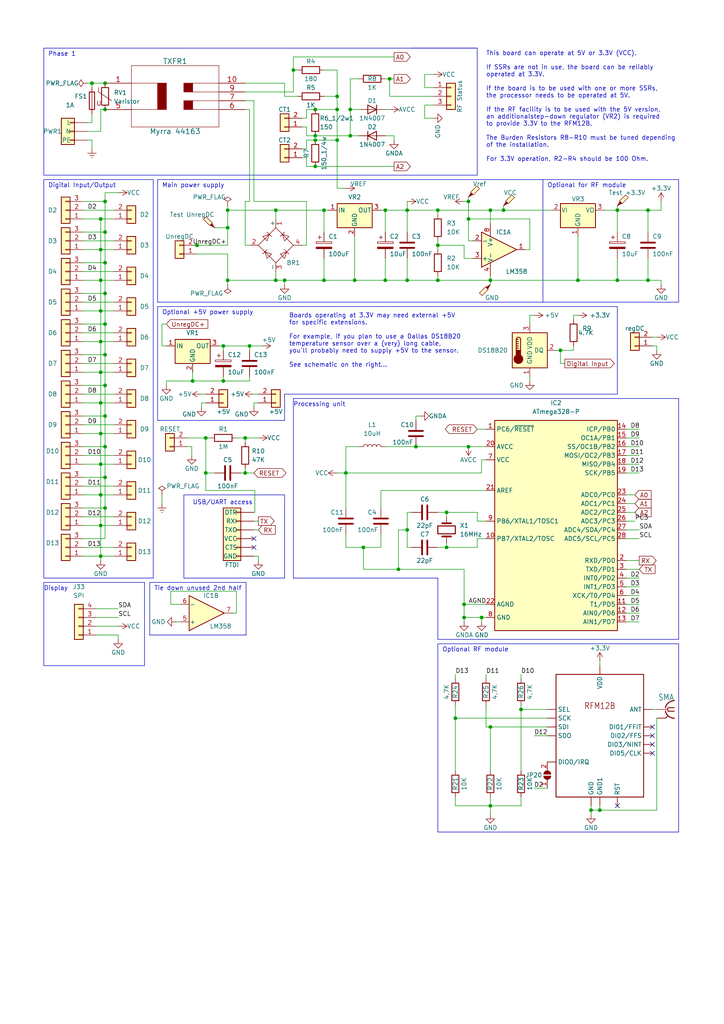
<source format=kicad_sch>
(kicad_sch (version 20230121) (generator eeschema)
  (paper "A4" portrait)
  (junction (at 29.21 143.51))
  (junction (at 135.89 58.42))
  (junction (at 135.89 129.54))
  (junction (at 29.21 107.95))
  (junction (at 29.21 134.62))
  (junction (at 30.48 129.54))
  (junction (at 115.57 165.1))
  (junction (at 101.6 31.75))
  (junction (at 129.54 148.59))
  (junction (at 127 81.28))
  (junction (at 102.87 81.28))
  (junction (at 91.44 40.64))
  (junction (at 93.98 60.96))
  (junction (at 139.7 179.07))
  (junction (at 97.79 27.94))
  (junction (at 30.48 147.32))
  (junction (at 142.24 81.28))
  (junction (at 91.44 39.37))
  (junction (at 173.99 234.95))
  (junction (at 71.12 127))
  (junction (at 59.69 127))
  (junction (at 30.48 93.98))
  (junction (at 26.67 24.13))
  (junction (at 120.65 129.54))
  (junction (at 30.48 76.2))
  (junction (at 29.21 99.06))
  (junction (at 82.55 81.28))
  (junction (at 142.24 210.82))
  (junction (at 187.96 60.96))
  (junction (at 127 60.96))
  (junction (at 29.21 125.73))
  (junction (at 30.48 111.76))
  (junction (at 64.77 110.49))
  (junction (at 179.07 81.28))
  (junction (at 146.05 60.96))
  (junction (at 132.08 208.28))
  (junction (at 80.01 60.96))
  (junction (at 134.62 179.07))
  (junction (at 29.21 81.28))
  (junction (at 29.21 161.29))
  (junction (at 30.48 31.75))
  (junction (at 57.15 71.12))
  (junction (at 167.64 81.28))
  (junction (at 29.21 72.39))
  (junction (at 66.04 66.04))
  (junction (at 134.62 175.26))
  (junction (at 29.21 63.5))
  (junction (at 135.89 63.5))
  (junction (at 162.56 101.6))
  (junction (at 80.01 81.28))
  (junction (at 71.12 137.16))
  (junction (at 85.09 20.32))
  (junction (at 179.07 60.96))
  (junction (at 142.24 233.68))
  (junction (at 30.48 67.31))
  (junction (at 66.04 81.28))
  (junction (at 30.48 120.65))
  (junction (at 129.54 158.75))
  (junction (at 93.98 81.28))
  (junction (at 171.45 234.95))
  (junction (at 91.44 48.26))
  (junction (at 30.48 85.09))
  (junction (at 30.48 138.43))
  (junction (at 29.21 90.17))
  (junction (at 118.11 60.96))
  (junction (at 100.33 137.16))
  (junction (at 101.6 39.37))
  (junction (at 111.76 81.28))
  (junction (at 64.77 100.33))
  (junction (at 118.11 81.28))
  (junction (at 29.21 152.4))
  (junction (at 111.76 60.96))
  (junction (at 30.48 24.13))
  (junction (at 91.44 31.75))
  (junction (at 29.21 116.84))
  (junction (at 118.11 153.67))
  (junction (at 30.48 102.87))
  (junction (at 113.03 22.86))
  (junction (at 97.79 40.64))
  (junction (at 72.39 100.33))
  (junction (at 97.79 31.75))
  (junction (at 142.24 60.96))
  (junction (at 151.13 205.74))
  (junction (at 55.88 110.49))
  (junction (at 30.48 58.42))
  (junction (at 105.41 158.75))
  (junction (at 187.96 81.28))
  (junction (at 59.69 137.16))
  (junction (at 66.04 60.96))
  (junction (at 127 71.12))
  (no_connect (at 189.23 215.9))
  (no_connect (at 179.07 233.68))
  (no_connect (at 73.66 156.21))
  (no_connect (at 73.66 158.75))
  (no_connect (at 189.23 213.36))
  (no_connect (at 189.23 210.82))
  (no_connect (at 189.23 218.44))
  (wire (pts (xy 69.85 137.16) (xy 71.12 137.16)))
  (wire (pts (xy 111.76 60.96) (xy 118.11 60.96)))
  (wire (pts (xy 24.13 105.41) (xy 33.02 105.41)))
  (wire (pts (xy 29.21 107.95) (xy 29.21 116.84)))
  (wire (pts (xy 72.39 58.42) (xy 72.39 31.75)))
  (wire (pts (xy 64.77 100.33) (xy 72.39 100.33)))
  (polyline (pts (xy 12.7 193.04) (xy 12.7 168.91)))
  (polyline (pts (xy 45.72 52.07) (xy 45.72 87.63)))
  (wire (pts (xy 142.24 233.68) (xy 142.24 236.22)))
  (wire (pts (xy 181.61 143.51) (xy 184.15 143.51)))
  (wire (pts (xy 27.94 184.15) (xy 34.29 184.15)))
  (wire (pts (xy 118.11 148.59) (xy 118.11 153.67)))
  (wire (pts (xy 29.21 125.73) (xy 29.21 134.62)))
  (polyline (pts (xy 138.43 50.8) (xy 138.43 13.97)))
  (wire (pts (xy 181.61 162.56) (xy 185.42 162.56)))
  (wire (pts (xy 101.6 31.75) (xy 104.14 31.75)))
  (wire (pts (xy 146.05 60.96) (xy 160.02 60.96)))
  (wire (pts (xy 125.73 27.94) (xy 113.03 27.94)))
  (wire (pts (xy 27.94 176.53) (xy 34.29 176.53)))
  (wire (pts (xy 111.76 81.28) (xy 111.76 74.93)))
  (wire (pts (xy 82.55 81.28) (xy 82.55 82.55)))
  (wire (pts (xy 64.77 110.49) (xy 64.77 109.22)))
  (polyline (pts (xy 45.72 88.9) (xy 45.72 121.92)))
  (wire (pts (xy 71.12 29.21) (xy 73.66 29.21)))
  (wire (pts (xy 34.29 184.15) (xy 34.29 185.42)))
  (wire (pts (xy 30.48 55.88) (xy 30.48 58.42)))
  (wire (pts (xy 179.07 59.69) (xy 179.07 60.96)))
  (wire (pts (xy 134.62 175.26) (xy 140.97 175.26)))
  (wire (pts (xy 59.69 137.16) (xy 62.23 137.16)))
  (wire (pts (xy 134.62 71.12) (xy 134.62 74.93)))
  (wire (pts (xy 146.05 59.69) (xy 146.05 60.96)))
  (wire (pts (xy 100.33 137.16) (xy 139.7 137.16)))
  (wire (pts (xy 166.37 101.6) (xy 162.56 101.6)))
  (wire (pts (xy 66.04 73.66) (xy 66.04 81.28)))
  (wire (pts (xy 24.13 152.4) (xy 29.21 152.4)))
  (wire (pts (xy 30.48 85.09) (xy 30.48 93.98)))
  (wire (pts (xy 24.13 147.32) (xy 30.48 147.32)))
  (polyline (pts (xy 41.91 168.91) (xy 41.91 193.04)))
  (wire (pts (xy 163.83 105.41) (xy 162.56 105.41)))
  (wire (pts (xy 59.69 116.84) (xy 58.42 116.84)))
  (wire (pts (xy 154.94 228.6) (xy 158.75 228.6)))
  (wire (pts (xy 111.76 60.96) (xy 111.76 67.31)))
  (polyline (pts (xy 44.45 52.07) (xy 44.45 167.64)))
  (wire (pts (xy 66.04 66.04) (xy 66.04 60.96)))
  (wire (pts (xy 66.04 59.69) (xy 66.04 60.96)))
  (wire (pts (xy 29.21 134.62) (xy 29.21 143.51)))
  (wire (pts (xy 127 148.59) (xy 129.54 148.59)))
  (polyline (pts (xy 12.7 50.8) (xy 138.43 50.8)))
  (wire (pts (xy 29.21 38.1) (xy 29.21 31.75)))
  (wire (pts (xy 29.21 63.5) (xy 29.21 72.39)))
  (wire (pts (xy 93.98 20.32) (xy 97.79 20.32)))
  (polyline (pts (xy 127 185.42) (xy 196.85 185.42)))
  (polyline (pts (xy 179.07 88.9) (xy 179.07 114.3)))
  (wire (pts (xy 138.43 156.21) (xy 138.43 158.75)))
  (polyline (pts (xy 82.55 114.3) (xy 82.55 121.92)))
  (wire (pts (xy 166.37 100.33) (xy 166.37 101.6)))
  (wire (pts (xy 119.38 158.75) (xy 118.11 158.75)))
  (wire (pts (xy 142.24 81.28) (xy 142.24 82.55)))
  (wire (pts (xy 71.12 71.12) (xy 72.39 71.12)))
  (polyline (pts (xy 44.45 167.64) (xy 12.7 167.64)))
  (wire (pts (xy 30.48 93.98) (xy 30.48 102.87)))
  (wire (pts (xy 181.61 167.64) (xy 185.42 167.64)))
  (wire (pts (xy 27.94 179.07) (xy 34.29 179.07)))
  (wire (pts (xy 24.13 129.54) (xy 30.48 129.54)))
  (wire (pts (xy 142.24 60.96) (xy 146.05 60.96)))
  (wire (pts (xy 132.08 208.28) (xy 132.08 223.52)))
  (wire (pts (xy 59.69 127) (xy 60.96 127)))
  (wire (pts (xy 134.62 180.34) (xy 134.62 179.07)))
  (wire (pts (xy 91.44 48.26) (xy 114.3 48.26)))
  (wire (pts (xy 88.9 34.29) (xy 88.9 31.75)))
  (wire (pts (xy 72.39 109.22) (xy 72.39 110.49)))
  (wire (pts (xy 88.9 39.37) (xy 91.44 39.37)))
  (wire (pts (xy 118.11 60.96) (xy 118.11 67.31)))
  (wire (pts (xy 88.9 58.42) (xy 88.9 71.12)))
  (wire (pts (xy 54.356 129.54) (xy 55.626 129.54)))
  (wire (pts (xy 24.13 63.5) (xy 29.21 63.5)))
  (wire (pts (xy 25.4 24.13) (xy 26.67 24.13)))
  (wire (pts (xy 132.08 195.58) (xy 132.08 196.85)))
  (wire (pts (xy 135.89 63.5) (xy 135.89 69.85)))
  (wire (pts (xy 68.58 177.8) (xy 68.58 171.45)))
  (wire (pts (xy 118.11 153.67) (xy 115.57 153.67)))
  (wire (pts (xy 54.356 127) (xy 59.69 127)))
  (wire (pts (xy 181.61 175.26) (xy 185.42 175.26)))
  (wire (pts (xy 24.13 99.06) (xy 29.21 99.06)))
  (polyline (pts (xy 138.43 13.97) (xy 12.7 13.97)))
  (wire (pts (xy 140.97 179.07) (xy 139.7 179.07)))
  (wire (pts (xy 153.67 91.44) (xy 153.67 93.98)))
  (wire (pts (xy 24.13 81.28) (xy 29.21 81.28)))
  (wire (pts (xy 24.13 143.51) (xy 29.21 143.51)))
  (wire (pts (xy 134.62 179.07) (xy 134.62 175.26)))
  (wire (pts (xy 101.6 39.37) (xy 104.14 39.37)))
  (wire (pts (xy 88.9 36.83) (xy 88.9 39.37)))
  (wire (pts (xy 140.97 204.47) (xy 140.97 210.82)))
  (wire (pts (xy 101.6 22.86) (xy 101.6 31.75)))
  (polyline (pts (xy 41.91 193.04) (xy 12.7 193.04)))
  (wire (pts (xy 24.13 60.96) (xy 33.02 60.96)))
  (wire (pts (xy 97.79 137.16) (xy 100.33 137.16)))
  (wire (pts (xy 29.21 72.39) (xy 33.02 72.39)))
  (wire (pts (xy 190.5 100.33) (xy 190.5 101.6)))
  (wire (pts (xy 66.04 71.12) (xy 66.04 66.04)))
  (wire (pts (xy 97.79 40.64) (xy 97.79 54.61)))
  (wire (pts (xy 68.58 171.45) (xy 49.53 171.45)))
  (wire (pts (xy 71.12 127) (xy 74.93 127)))
  (wire (pts (xy 29.21 143.51) (xy 33.02 143.51)))
  (wire (pts (xy 138.43 158.75) (xy 129.54 158.75)))
  (wire (pts (xy 135.89 63.5) (xy 153.67 63.5)))
  (wire (pts (xy 111.76 129.54) (xy 120.65 129.54)))
  (wire (pts (xy 59.69 127) (xy 59.69 137.16)))
  (wire (pts (xy 24.13 123.19) (xy 33.02 123.19)))
  (wire (pts (xy 93.98 74.93) (xy 93.98 81.28)))
  (wire (pts (xy 80.01 78.74) (xy 80.01 81.28)))
  (polyline (pts (xy 45.72 87.63) (xy 196.85 87.63)))
  (wire (pts (xy 140.97 195.58) (xy 140.97 196.85)))
  (wire (pts (xy 24.13 116.84) (xy 29.21 116.84)))
  (wire (pts (xy 73.66 58.42) (xy 88.9 58.42)))
  (wire (pts (xy 74.93 116.84) (xy 73.66 116.84)))
  (wire (pts (xy 104.14 22.86) (xy 101.6 22.86)))
  (wire (pts (xy 29.21 81.28) (xy 29.21 90.17)))
  (wire (pts (xy 55.626 129.54) (xy 55.626 132.08)))
  (wire (pts (xy 132.08 231.14) (xy 132.08 233.68)))
  (wire (pts (xy 26.67 24.13) (xy 26.67 25.4)))
  (wire (pts (xy 29.21 31.75) (xy 30.48 31.75)))
  (wire (pts (xy 153.67 63.5) (xy 153.67 72.39)))
  (wire (pts (xy 97.79 54.61) (xy 100.33 54.61)))
  (wire (pts (xy 24.13 102.87) (xy 30.48 102.87)))
  (polyline (pts (xy 196.85 241.3) (xy 196.85 186.69)))
  (wire (pts (xy 134.62 179.07) (xy 139.7 179.07)))
  (wire (pts (xy 91.44 40.64) (xy 97.79 40.64)))
  (wire (pts (xy 88.9 40.64) (xy 91.44 40.64)))
  (wire (pts (xy 132.08 204.47) (xy 132.08 208.28)))
  (wire (pts (xy 181.61 129.54) (xy 185.42 129.54)))
  (wire (pts (xy 73.66 116.84) (xy 73.66 118.11)))
  (polyline (pts (xy 157.48 58.42) (xy 157.48 87.63)))
  (wire (pts (xy 25.4 40.64) (xy 26.67 40.64)))
  (polyline (pts (xy 127 167.64) (xy 127 185.42)))
  (wire (pts (xy 91.44 31.75) (xy 97.79 31.75)))
  (polyline (pts (xy 43.434 184.15) (xy 43.434 168.91)))
  (wire (pts (xy 127 80.01) (xy 127 81.28)))
  (wire (pts (xy 105.41 158.75) (xy 110.49 158.75)))
  (wire (pts (xy 93.98 60.96) (xy 93.98 67.31)))
  (wire (pts (xy 52.324 180.34) (xy 51.054 180.34)))
  (wire (pts (xy 118.11 158.75) (xy 118.11 153.67)))
  (wire (pts (xy 135.89 129.54) (xy 140.97 129.54)))
  (wire (pts (xy 82.55 27.94) (xy 86.36 27.94)))
  (polyline (pts (xy 53.34 167.64) (xy 53.34 143.51)))
  (wire (pts (xy 181.61 165.1) (xy 185.42 165.1)))
  (wire (pts (xy 29.21 161.29) (xy 29.21 162.56)))
  (wire (pts (xy 30.48 138.43) (xy 30.48 147.32)))
  (wire (pts (xy 80.01 60.96) (xy 80.01 63.5)))
  (wire (pts (xy 29.21 81.28) (xy 33.02 81.28)))
  (wire (pts (xy 181.61 172.72) (xy 185.42 172.72)))
  (wire (pts (xy 181.61 124.46) (xy 185.42 124.46)))
  (wire (pts (xy 142.24 210.82) (xy 140.97 210.82)))
  (wire (pts (xy 110.49 154.94) (xy 110.49 158.75)))
  (wire (pts (xy 173.99 234.95) (xy 171.45 234.95)))
  (wire (pts (xy 187.96 60.96) (xy 179.07 60.96)))
  (wire (pts (xy 127 60.96) (xy 142.24 60.96)))
  (wire (pts (xy 48.26 100.33) (xy 46.99 100.33)))
  (wire (pts (xy 24.13 111.76) (xy 30.48 111.76)))
  (wire (pts (xy 24.13 134.62) (xy 29.21 134.62)))
  (wire (pts (xy 26.67 33.02) (xy 26.67 35.56)))
  (wire (pts (xy 24.13 90.17) (xy 29.21 90.17)))
  (wire (pts (xy 30.48 58.42) (xy 30.48 67.31)))
  (wire (pts (xy 48.26 111.76) (xy 48.26 110.49)))
  (wire (pts (xy 187.96 67.31) (xy 187.96 60.96)))
  (polyline (pts (xy 196.85 115.57) (xy 196.85 185.42)))
  (wire (pts (xy 49.53 171.45) (xy 49.53 175.26)))
  (wire (pts (xy 29.21 99.06) (xy 33.02 99.06)))
  (wire (pts (xy 88.9 45.72) (xy 88.9 48.26)))
  (wire (pts (xy 119.38 148.59) (xy 118.11 148.59)))
  (wire (pts (xy 123.19 30.48) (xy 123.19 34.29)))
  (wire (pts (xy 166.37 91.44) (xy 166.37 92.71)))
  (wire (pts (xy 30.48 76.2) (xy 30.48 85.09)))
  (wire (pts (xy 24.13 140.97) (xy 33.02 140.97)))
  (wire (pts (xy 74.93 153.67) (xy 73.66 153.67)))
  (wire (pts (xy 71.12 135.89) (xy 71.12 137.16)))
  (wire (pts (xy 118.11 81.28) (xy 127 81.28)))
  (wire (pts (xy 151.13 195.58) (xy 151.13 196.85)))
  (wire (pts (xy 110.49 142.24) (xy 140.97 142.24)))
  (wire (pts (xy 82.55 24.13) (xy 82.55 27.94)))
  (wire (pts (xy 73.66 29.21) (xy 73.66 58.42)))
  (polyline (pts (xy 127 241.3) (xy 127 186.69)))
  (wire (pts (xy 142.24 231.14) (xy 142.24 233.68)))
  (wire (pts (xy 189.23 100.33) (xy 190.5 100.33)))
  (wire (pts (xy 181.61 156.21) (xy 185.42 156.21)))
  (wire (pts (xy 85.09 20.32) (xy 85.09 16.51)))
  (polyline (pts (xy 179.07 114.3) (xy 82.55 114.3)))
  (polyline (pts (xy 119.38 13.97) (xy 138.43 13.97)))
  (wire (pts (xy 158.75 210.82) (xy 142.24 210.82)))
  (wire (pts (xy 88.9 71.12) (xy 87.63 71.12)))
  (wire (pts (xy 191.77 60.96) (xy 187.96 60.96)))
  (wire (pts (xy 179.07 74.93) (xy 179.07 81.28)))
  (wire (pts (xy 158.75 205.74) (xy 151.13 205.74)))
  (wire (pts (xy 58.42 116.84) (xy 58.42 118.11)))
  (wire (pts (xy 125.73 25.4) (xy 123.19 25.4)))
  (wire (pts (xy 24.13 138.43) (xy 30.48 138.43)))
  (wire (pts (xy 88.9 31.75) (xy 91.44 31.75)))
  (wire (pts (xy 114.3 39.37) (xy 114.3 40.64)))
  (wire (pts (xy 58.42 114.3) (xy 59.69 114.3)))
  (wire (pts (xy 113.03 22.86) (xy 114.3 22.86)))
  (wire (pts (xy 123.19 25.4) (xy 123.19 21.59)))
  (wire (pts (xy 74.93 161.29) (xy 74.93 162.56)))
  (polyline (pts (xy 45.72 88.9) (xy 179.07 88.9)))
  (wire (pts (xy 110.49 142.24) (xy 110.49 147.32)))
  (wire (pts (xy 127 71.12) (xy 127 72.39)))
  (wire (pts (xy 29.21 125.73) (xy 33.02 125.73)))
  (wire (pts (xy 113.03 27.94) (xy 113.03 22.86)))
  (polyline (pts (xy 12.7 52.07) (xy 44.45 52.07)))
  (wire (pts (xy 88.9 43.18) (xy 88.9 40.64)))
  (wire (pts (xy 181.61 148.59) (xy 184.15 148.59)))
  (wire (pts (xy 120.65 129.54) (xy 135.89 129.54)))
  (polyline (pts (xy 71.374 168.91) (xy 71.374 184.15)))
  (wire (pts (xy 135.89 57.15) (xy 135.89 58.42)))
  (wire (pts (xy 162.56 105.41) (xy 162.56 101.6)))
  (wire (pts (xy 29.21 63.5) (xy 33.02 63.5)))
  (wire (pts (xy 135.89 69.85) (xy 137.16 69.85)))
  (wire (pts (xy 24.13 132.08) (xy 33.02 132.08)))
  (wire (pts (xy 154.94 91.44) (xy 153.67 91.44)))
  (wire (pts (xy 30.48 55.88) (xy 34.29 55.88)))
  (wire (pts (xy 29.21 107.95) (xy 33.02 107.95)))
  (wire (pts (xy 71.12 24.13) (xy 82.55 24.13)))
  (wire (pts (xy 66.04 81.28) (xy 80.01 81.28)))
  (wire (pts (xy 152.4 72.39) (xy 153.67 72.39)))
  (wire (pts (xy 142.24 60.96) (xy 142.24 64.77)))
  (wire (pts (xy 187.96 74.93) (xy 187.96 81.28)))
  (wire (pts (xy 29.21 116.84) (xy 33.02 116.84)))
  (polyline (pts (xy 71.374 184.15) (xy 43.434 184.15)))
  (wire (pts (xy 97.79 31.75) (xy 97.79 40.64)))
  (polyline (pts (xy 12.7 168.91) (xy 41.91 168.91)))
  (wire (pts (xy 82.55 81.28) (xy 93.98 81.28)))
  (wire (pts (xy 71.12 137.16) (xy 73.66 137.16)))
  (polyline (pts (xy 157.48 52.07) (xy 157.48 58.42)))
  (wire (pts (xy 127 158.75) (xy 129.54 158.75)))
  (polyline (pts (xy 12.7 13.97) (xy 12.7 50.8)))
  (wire (pts (xy 111.76 31.75) (xy 113.03 31.75)))
  (wire (pts (xy 179.07 60.96) (xy 179.07 67.31)))
  (wire (pts (xy 73.66 114.3) (xy 74.93 114.3)))
  (wire (pts (xy 24.13 156.21) (xy 30.48 156.21)))
  (wire (pts (xy 71.12 58.42) (xy 71.12 71.12)))
  (wire (pts (xy 171.45 234.95) (xy 171.45 236.22)))
  (wire (pts (xy 179.07 81.28) (xy 167.64 81.28)))
  (wire (pts (xy 181.61 177.8) (xy 185.42 177.8)))
  (wire (pts (xy 134.62 175.26) (xy 134.62 165.1)))
  (wire (pts (xy 140.97 156.21) (xy 138.43 156.21)))
  (polyline (pts (xy 196.85 241.3) (xy 127 241.3)))
  (wire (pts (xy 93.98 81.28) (xy 102.87 81.28)))
  (wire (pts (xy 24.13 96.52) (xy 33.02 96.52)))
  (wire (pts (xy 97.79 20.32) (xy 97.79 27.94)))
  (wire (pts (xy 100.33 129.54) (xy 100.33 137.16)))
  (wire (pts (xy 63.5 100.33) (xy 64.77 100.33)))
  (wire (pts (xy 30.48 147.32) (xy 30.48 156.21)))
  (wire (pts (xy 138.43 151.13) (xy 140.97 151.13)))
  (polyline (pts (xy 196.85 186.69) (xy 127 186.69)))
  (wire (pts (xy 24.13 120.65) (xy 30.48 120.65)))
  (polyline (pts (xy 43.434 168.91) (xy 71.374 168.91)))
  (wire (pts (xy 85.09 20.32) (xy 85.09 26.67)))
  (wire (pts (xy 134.62 165.1) (xy 115.57 165.1)))
  (wire (pts (xy 132.08 208.28) (xy 158.75 208.28)))
  (wire (pts (xy 100.33 158.75) (xy 105.41 158.75)))
  (wire (pts (xy 66.04 60.96) (xy 80.01 60.96)))
  (polyline (pts (xy 82.55 121.92) (xy 45.72 121.92)))
  (polyline (pts (xy 85.09 167.64) (xy 127 167.64)))
  (wire (pts (xy 173.99 233.68) (xy 173.99 234.95)))
  (wire (pts (xy 181.61 134.62) (xy 185.42 134.62)))
  (wire (pts (xy 181.61 153.67) (xy 185.42 153.67)))
  (wire (pts (xy 29.21 116.84) (xy 29.21 125.73)))
  (wire (pts (xy 24.13 107.95) (xy 29.21 107.95)))
  (wire (pts (xy 26.67 35.56) (xy 25.4 35.56)))
  (wire (pts (xy 129.54 158.75) (xy 129.54 157.48)))
  (wire (pts (xy 72.39 58.42) (xy 71.12 58.42)))
  (wire (pts (xy 85.09 20.32) (xy 86.36 20.32)))
  (wire (pts (xy 93.98 60.96) (xy 80.01 60.96)))
  (wire (pts (xy 191.77 58.42) (xy 191.77 60.96)))
  (wire (pts (xy 132.08 233.68) (xy 142.24 233.68)))
  (wire (pts (xy 171.45 233.68) (xy 171.45 234.95)))
  (wire (pts (xy 24.13 161.29) (xy 29.21 161.29)))
  (polyline (pts (xy 196.85 52.07) (xy 196.85 87.63)))
  (wire (pts (xy 173.99 191.77) (xy 173.99 193.04)))
  (wire (pts (xy 29.21 99.06) (xy 29.21 107.95)))
  (wire (pts (xy 24.13 125.73) (xy 29.21 125.73)))
  (wire (pts (xy 55.88 110.49) (xy 64.77 110.49)))
  (wire (pts (xy 85.09 16.51) (xy 114.3 16.51)))
  (wire (pts (xy 97.79 27.94) (xy 97.79 31.75)))
  (wire (pts (xy 111.76 22.86) (xy 113.03 22.86)))
  (wire (pts (xy 138.43 148.59) (xy 138.43 151.13)))
  (wire (pts (xy 30.48 120.65) (xy 30.48 129.54)))
  (wire (pts (xy 161.29 101.6) (xy 162.56 101.6)))
  (wire (pts (xy 46.99 143.51) (xy 46.99 146.05)))
  (wire (pts (xy 26.67 40.64) (xy 26.67 43.18)))
  (wire (pts (xy 167.64 91.44) (xy 166.37 91.44)))
  (wire (pts (xy 134.62 74.93) (xy 137.16 74.93)))
  (wire (pts (xy 72.39 100.33) (xy 72.39 101.6)))
  (wire (pts (xy 29.21 90.17) (xy 29.21 99.06)))
  (wire (pts (xy 111.76 60.96) (xy 110.49 60.96)))
  (wire (pts (xy 127 81.28) (xy 142.24 81.28)))
  (wire (pts (xy 111.76 81.28) (xy 118.11 81.28)))
  (wire (pts (xy 30.48 24.13) (xy 26.67 24.13)))
  (wire (pts (xy 187.96 81.28) (xy 191.77 81.28)))
  (wire (pts (xy 24.13 114.3) (xy 33.02 114.3)))
  (wire (pts (xy 102.87 68.58) (xy 102.87 81.28)))
  (wire (pts (xy 25.4 38.1) (xy 29.21 38.1)))
  (wire (pts (xy 29.21 152.4) (xy 33.02 152.4)))
  (wire (pts (xy 55.88 107.95) (xy 55.88 110.49)))
  (wire (pts (xy 29.21 134.62) (xy 33.02 134.62)))
  (wire (pts (xy 29.21 90.17) (xy 33.02 90.17)))
  (wire (pts (xy 118.11 60.96) (xy 127 60.96)))
  (wire (pts (xy 72.39 110.49) (xy 64.77 110.49)))
  (wire (pts (xy 73.66 151.13) (xy 74.93 151.13)))
  (wire (pts (xy 100.33 137.16) (xy 100.33 147.32)))
  (wire (pts (xy 181.61 132.08) (xy 185.42 132.08)))
  (wire (pts (xy 123.19 34.29) (xy 125.73 34.29)))
  (wire (pts (xy 80.01 81.28) (xy 82.55 81.28)))
  (wire (pts (xy 87.63 34.29) (xy 88.9 34.29)))
  (wire (pts (xy 142.24 210.82) (xy 142.24 223.52)))
  (wire (pts (xy 120.65 120.65) (xy 121.92 120.65)))
  (wire (pts (xy 181.61 127) (xy 185.42 127)))
  (wire (pts (xy 29.21 143.51) (xy 29.21 152.4)))
  (wire (pts (xy 62.23 66.04) (xy 66.04 66.04)))
  (wire (pts (xy 24.13 72.39) (xy 29.21 72.39)))
  (wire (pts (xy 115.57 153.67) (xy 115.57 165.1)))
  (wire (pts (xy 24.13 87.63) (xy 33.02 87.63)))
  (wire (pts (xy 151.13 205.74) (xy 151.13 204.47)))
  (wire (pts (xy 27.94 181.61) (xy 34.29 181.61)))
  (wire (pts (xy 173.99 234.95) (xy 190.5 234.95)))
  (wire (pts (xy 72.39 100.33) (xy 75.946 100.33)))
  (wire (pts (xy 68.58 127) (xy 71.12 127)))
  (wire (pts (xy 73.66 148.59) (xy 73.914 148.59)))
  (polyline (pts (xy 196.85 52.07) (xy 157.48 52.07)))
  (wire (pts (xy 57.15 73.66) (xy 66.04 73.66)))
  (wire (pts (xy 93.98 27.94) (xy 97.79 27.94)))
  (wire (pts (xy 105.41 158.75) (xy 105.41 165.1)))
  (wire (pts (xy 91.44 39.37) (xy 101.6 39.37)))
  (polyline (pts (xy 53.34 143.51) (xy 82.55 143.51)))
  (wire (pts (xy 127 71.12) (xy 134.62 71.12)))
  (wire (pts (xy 71.12 26.67) (xy 85.09 26.67)))
  (wire (pts (xy 104.14 129.54) (xy 100.33 129.54)))
  (wire (pts (xy 24.13 76.2) (xy 30.48 76.2)))
  (wire (pts (xy 142.24 233.68) (xy 151.13 233.68)))
  (wire (pts (xy 87.63 45.72) (xy 88.9 45.72)))
  (wire (pts (xy 102.87 81.28) (xy 111.76 81.28)))
  (wire (pts (xy 48.26 110.49) (xy 55.88 110.49)))
  (wire (pts (xy 181.61 180.34) (xy 185.42 180.34)))
  (wire (pts (xy 142.24 80.01) (xy 142.24 81.28)))
  (wire (pts (xy 181.61 146.05) (xy 184.15 146.05)))
  (polyline (pts (xy 12.7 52.07) (xy 12.7 167.64)))
  (wire (pts (xy 118.11 58.42) (xy 118.11 60.96)))
  (wire (pts (xy 139.7 133.35) (xy 140.97 133.35)))
  (wire (pts (xy 55.88 71.12) (xy 57.15 71.12)))
  (wire (pts (xy 129.54 148.59) (xy 129.54 149.86)))
  (wire (pts (xy 73.914 148.59) (xy 73.914 142.24)))
  (wire (pts (xy 125.73 30.48) (xy 123.19 30.48)))
  (wire (pts (xy 167.64 68.58) (xy 167.64 81.28)))
  (wire (pts (xy 139.7 179.07) (xy 139.7 180.34)))
  (polyline (pts (xy 82.55 143.51) (xy 82.55 167.64)))
  (wire (pts (xy 111.76 39.37) (xy 114.3 39.37)))
  (wire (pts (xy 138.43 148.59) (xy 129.54 148.59)))
  (wire (pts (xy 24.13 85.09) (xy 30.48 85.09)))
  (wire (pts (xy 24.13 149.86) (xy 33.02 149.86)))
  (wire (pts (xy 71.12 127) (xy 71.12 128.27)))
  (wire (pts (xy 87.63 43.18) (xy 88.9 43.18)))
  (wire (pts (xy 24.13 93.98) (xy 30.48 93.98)))
  (wire (pts (xy 88.9 48.26) (xy 91.44 48.26)))
  (wire (pts (xy 181.61 170.18) (xy 185.42 170.18)))
  (wire (pts (xy 187.96 81.28) (xy 179.07 81.28)))
  (wire (pts (xy 46.99 100.33) (xy 46.99 93.98)))
  (wire (pts (xy 181.61 137.16) (xy 185.42 137.16)))
  (wire (pts (xy 118.11 74.93) (xy 118.11 81.28)))
  (wire (pts (xy 73.914 142.24) (xy 59.69 142.24)))
  (wire (pts (xy 93.98 60.96) (xy 95.25 60.96)))
  (wire (pts (xy 67.564 177.8) (xy 68.58 177.8)))
  (wire (pts (xy 24.13 58.42) (xy 30.48 58.42)))
  (wire (pts (xy 72.39 31.75) (xy 71.12 31.75)))
  (wire (pts (xy 151.13 205.74) (xy 151.13 223.52)))
  (wire (pts (xy 46.99 93.98) (xy 48.26 93.98)))
  (polyline (pts (xy 45.72 52.07) (xy 157.48 52.07)))
  (wire (pts (xy 105.41 165.1) (xy 115.57 165.1)))
  (wire (pts (xy 24.13 78.74) (xy 33.02 78.74)))
  (wire (pts (xy 135.89 58.42) (xy 135.89 63.5)))
  (wire (pts (xy 151.13 233.68) (xy 151.13 231.14)))
  (wire (pts (xy 189.23 205.74) (xy 190.5 205.74)))
  (wire (pts (xy 181.61 151.13) (xy 184.15 151.13)))
  (wire (pts (xy 24.13 67.31) (xy 30.48 67.31)))
  (wire (pts (xy 57.15 71.12) (xy 66.04 71.12)))
  (wire (pts (xy 127 62.23) (xy 127 60.96)))
  (wire (pts (xy 29.21 161.29) (xy 33.02 161.29)))
  (wire (pts (xy 49.53 175.26) (xy 52.324 175.26)))
  (polyline (pts (xy 82.55 167.64) (xy 53.34 167.64)))
  (wire (pts (xy 30.48 67.31) (xy 30.48 76.2)))
  (polyline (pts (xy 85.09 167.64) (xy 85.09 115.57)))
  (wire (pts (xy 30.48 111.76) (xy 30.48 120.65)))
  (wire (pts (xy 189.23 97.79) (xy 190.5 97.79)))
  (wire (pts (xy 142.24 81.28) (xy 167.64 81.28)))
  (wire (pts (xy 190.5 208.28) (xy 190.5 234.95)))
  (wire (pts (xy 153.67 109.22) (xy 153.67 110.49)))
  (wire (pts (xy 139.7 137.16) (xy 139.7 133.35)))
  (wire (pts (xy 87.63 36.83) (xy 88.9 36.83)))
  (wire (pts (xy 29.21 152.4) (xy 29.21 161.29)))
  (wire (pts (xy 30.48 102.87) (xy 30.48 111.76)))
  (wire (pts (xy 120.65 121.92) (xy 120.65 120.65)))
  (polyline (pts (xy 85.09 115.57) (xy 196.85 115.57)))
  (wire (pts (xy 101.6 39.37) (xy 101.6 31.75)))
  (wire (pts (xy 24.13 69.85) (xy 33.02 69.85)))
  (wire (pts (xy 29.21 72.39) (xy 29.21 81.28)))
  (wire (pts (xy 134.62 58.42) (xy 135.89 58.42)))
  (wire (pts (xy 191.77 81.28) (xy 191.77 82.55)))
  (wire (pts (xy 73.66 161.29) (xy 74.93 161.29)))
  (wire (pts (xy 24.13 158.75) (xy 33.02 158.75)))
  (wire (pts (xy 127 69.85) (xy 127 71.12)))
  (wire (pts (xy 154.94 213.36) (xy 158.75 213.36)))
  (wire (pts (xy 64.77 100.33) (xy 64.77 101.6)))
  (wire (pts (xy 59.69 137.16) (xy 59.69 142.24)))
  (wire (pts (xy 175.26 60.96) (xy 179.07 60.96)))
  (wire (pts (xy 66.04 82.55) (xy 66.04 81.28)))
  (wire (pts (xy 138.43 124.46) (xy 140.97 124.46)))
  (wire (pts (xy 100.33 154.94) (xy 100.33 158.75)))
  (wire (pts (xy 123.19 21.59) (xy 125.73 21.59)))
  (wire (pts (xy 30.48 129.54) (xy 30.48 138.43)))
  (text "Boards operating at 3.3V may need external +5V\nfor specific extensions.\n\nFor example, if you plan to use a Dallas DS18B20\ntemperature sensor over a (very) long cable,\nyou'll probably need to supply +5V to the sensor.\n\nSee schematic on the right..." (at 83.82 106.68 0) (effects (font (size 1.27 1.27)) (justify left bottom)))
  (text "Optional +5V power supply" (at 46.99 91.44 0) (effects (font (size 1.27 1.27)) (justify left bottom)))
  (text "Optional for RF module" (at 158.75 54.61 0) (effects (font (size 1.27 1.27)) (justify left bottom)))
  (text "Processing unit" (at 85.09 118.11 0) (effects (font (size 1.27 1.27)) (justify left bottom)))
  (text "Main power supply" (at 46.99 54.61 0) (effects (font (size 1.27 1.27)) (justify left bottom)))
  (text "Tie down unused 2nd half" (at 44.704 171.45 0) (effects (font (size 1.27 1.27)) (justify left bottom)))
  (text "Display" (at 12.7 171.45 0) (effects (font (size 1.27 1.27)) (justify left bottom)))
  (text "Digital Input/Output" (at 13.97 54.61 0) (effects (font (size 1.27 1.27)) (justify left bottom)))
  (text "This board can operate at 5V or 3.3V (VCC).\n\nIf SSRs are not in use, the board can be reliably \noperated at 3.3V.\n\nIf the board is to be used with one or more SSRs,\nthe processor needs to be operated at 5V.\n\nIf the RF facility is to be used with the 5V version, \nan additionalstep-down regulator (VR2) is required \nto provide 3.3V to the RFM12B.\n\nThe Burden Resistors R8-R10 must be tuned depending \nof the installation.\n\nFor 3.3V operation, R2-R4 should be 100 Ohm." (at 140.97 46.99 0) (effects (font (size 1.27 1.27)) (justify left bottom)))
  (text "Optional RF module" (at 128.27 189.23 0) (effects (font (size 1.27 1.27)) (justify left bottom)))
  (text "USB/UART access" (at 55.88 146.558 0) (effects (font (size 1.27 1.27)) (justify left bottom)))
  (text "Phase 1" (at 13.97 16.51 0) (effects (font (size 1.27 1.27)) (justify left bottom)))
  (label "D12" (at 154.94 213.36 0))
  (label "D3" (at 25.4 69.85 0))
  (label "D5" (at 25.4 87.63 0))
  (label "D11" (at 140.97 195.58 0))
  (label "SDA" (at 34.29 176.53 0))
  (label "D2" (at 182.88 167.64 0))
  (label "D4" (at 182.88 172.72 0))
  (label "D13" (at 25.4 158.75 0))
  (label "D11" (at 25.4 140.97 0))
  (label "D4" (at 25.4 78.74 0))
  (label "D2" (at 154.94 228.6 0))
  (label "D9" (at 25.4 123.19 0))
  (label "D7" (at 25.4 105.41 0))
  (label "D5" (at 182.88 175.26 0))
  (label "D8" (at 25.4 114.3 0))
  (label "D13" (at 182.88 137.16 0))
  (label "D11" (at 182.88 132.08 0))
  (label "SDA" (at 185.42 153.67 0))
  (label "D6" (at 25.4 96.52 0))
  (label "D10" (at 182.88 129.54 0))
  (label "D12" (at 182.88 134.62 0))
  (label "D2" (at 25.4 60.96 0))
  (label "SCL" (at 34.29 179.07 0))
  (label "D10" (at 151.13 195.58 0))
  (label "D3" (at 182.88 170.18 0))
  (label "SCL" (at 185.42 156.21 0))
  (label "D10" (at 25.4 132.08 0))
  (label "D6" (at 182.88 177.8 0))
  (label "D7" (at 182.88 180.34 0))
  (label "D8" (at 182.88 124.46 0))
  (label "UnregDC+" (at 55.88 71.12 0))
  (label "D9" (at 182.88 127 0))
  (label "D12" (at 25.4 149.86 0))
  (label "PC3" (at 184.15 151.13 0))
  (label "AGND" (at 135.89 175.26 0))
  (label "D13" (at 132.08 195.58 0))
  (global_label "RESET" (shape bidirectional) (at 138.43 124.46 180) (property "Intersheetrefs" "${INTERSHEET_REFS}" (effects hide)))
  (global_label "UnregDC+" (shape input) (at 48.26 93.98 0) (property "Intersheetrefs" "${INTERSHEET_REFS}" (effects hide)))
  (global_label "A0" (shape output) (at 114.3 16.51 0) (property "Intersheetrefs" "${INTERSHEET_REFS}" (effects hide)))
  (global_label "A2" (shape input) (at 184.15 148.59 0) (property "Intersheetrefs" "${INTERSHEET_REFS}" (effects hide)))
  (global_label "A0" (shape input) (at 184.15 143.51 0) (property "Intersheetrefs" "${INTERSHEET_REFS}" (effects hide)))
  (global_label "A1" (shape input) (at 184.15 146.05 0) (property "Intersheetrefs" "${INTERSHEET_REFS}" (effects hide)))
  (global_label "A2" (shape output) (at 114.3 48.26 0) (property "Intersheetrefs" "${INTERSHEET_REFS}" (effects hide)))
  (global_label "RESET" (shape bidirectional) (at 73.66 137.16 0) (property "Intersheetrefs" "${INTERSHEET_REFS}" (effects hide)))
  (global_label "A1" (shape output) (at 114.3 22.86 0) (property "Intersheetrefs" "${INTERSHEET_REFS}" (effects hide)))
  (global_label "TX" (shape output) (at 74.93 151.13 0) (property "Intersheetrefs" "${INTERSHEET_REFS}" (effects hide)))
  (global_label "RX" (shape output) (at 185.42 162.56 0) (property "Intersheetrefs" "${INTERSHEET_REFS}" (effects hide)))
  (global_label "TX" (shape input) (at 185.42 165.1 0) (property "Intersheetrefs" "${INTERSHEET_REFS}" (effects hide)))
  (global_label "RX" (shape input) (at 74.93 153.67 0) (property "Intersheetrefs" "${INTERSHEET_REFS}" (effects hide)))
  (global_label "Digital Input" (shape output) (at 163.83 105.41 0) (property "Intersheetrefs" "${INTERSHEET_REFS}" (effects hide)))
  (symbol (lib_id "power:GND") (at 34.29 185.42 0) (unit 1)
    (property "Reference" "#PWR038" (effects hide))
    (property "Value" "GND" (at 34.29 189.23 0))
  )
  (symbol (lib_id "power:GNDA") (at 134.62 180.34 0) (unit 1)
    (property "Reference" "#PWR022" (effects hide))
    (property "Value" "GNDA" (at 132.08 184.15 0) (effects (justify left)))
  )
  (symbol (lib_id "Device:C_Polarized") (at 111.76 71.12 0) (unit 1)
    (property "Reference" "C2" (at 113.03 68.58 0) (effects (justify left)))
    (property "Value" "10uF" (at 113.03 73.66 0) (effects (justify left)))
    (property "Footprint" "Capacitor_THT:CP_Radial_D4.0mm_P2.00mm" (effects hide))
  )
  (symbol (lib_id "Device:R") (at 91.44 44.45 180) (unit 1)
    (property "Reference" "R7" (at 88.9 44.45 90))
    (property "Value" "150_1/4w" (at 93.98 44.45 90))
    (property "Footprint" "PCM_Resistor_THT_AKL:R_Axial_DIN0207_L6.3mm_D2.5mm_P10.16mm_Horizontal" (effects hide))
  )
  (symbol (lib_id "power:GND") (at 171.45 236.22 0) (unit 1)
    (property "Reference" "#PWR039" (effects hide))
    (property "Value" "GND" (at 171.45 240.03 0))
  )
  (symbol (lib_id "Connector_Generic:Conn_01x03") (at 19.05 87.63 180) (unit 1)
    (property "Reference" "J5" (effects hide))
    (property "Value" "D5" (at 15.24 87.63 0))
    (property "Footprint" "Library:Molex_SL_171971-0003_1x03_P2.54mm_Vertical" (effects hide))
  )
  (symbol (lib_id "Connector_Generic:Conn_01x02") (at 38.1 81.28 0) (mirror x) (unit 1)
    (property "Reference" "J16" (effects hide))
    (property "Value" "D4" (at 41.91 80.01 0))
    (property "Footprint" "Library:Molex_SL_171971-0002_1x02_P2.54mm_Vertical" (effects hide))
  )
  (symbol (lib_id "power:GND") (at 74.93 162.56 0) (unit 1)
    (property "Reference" "#PWR011" (effects hide))
    (property "Value" "GND" (at 74.93 166.37 0))
  )
  (symbol (lib_id "UserDef:BU-SMA-V") (at 193.04 205.74 0) (mirror y) (unit 1)
    (property "Reference" "CN2" (effects hide))
    (property "Value" "SMA" (at 195.58 203.2 0) (effects (font (size 1.778 1.5113)) (justify left bottom)))
    (property "Footprint" "Connector_Coaxial:SMA_Amphenol_132291-12_Vertical" (effects hide))
  )
  (symbol (lib_id "power:VCC") (at 125.73 21.59 270) (unit 1)
    (property "Reference" "#PWR029" (effects hide))
    (property "Value" "VCC" (at 128.27 21.59 90) (effects (justify left)))
  )
  (symbol (lib_id "Connector_Generic:Conn_01x03") (at 19.05 140.97 180) (unit 1)
    (property "Reference" "J11" (effects hide))
    (property "Value" "D11" (at 15.24 139.7 0))
    (property "Footprint" "Library:Molex_SL_171971-0003_1x03_P2.54mm_Vertical" (effects hide))
  )
  (symbol (lib_id "Connector_Generic:Conn_01x02") (at 80.01 116.84 0) (mirror x) (unit 1)
    (property "Reference" "J29" (effects hide))
    (property "Value" "+5V" (at 80.01 119.38 0))
    (property "Footprint" "Library:Molex_SL_171971-0002_1x02_P2.54mm_Vertical" (effects hide))
  )
  (symbol (lib_id "Connector_Generic:Conn_01x02") (at 82.55 45.72 180) (unit 1)
    (property "Reference" "CT2" (at 82.55 40.64 0))
    (property "Value" "Conn_01x02" (effects hide))
    (property "Footprint" "Library:Molex_SL_171971-0002_1x02_P2.54mm_Vertical" (effects hide))
  )
  (symbol (lib_id "Device:C_Polarized") (at 64.77 105.41 0) (unit 1)
    (property "Reference" "C12" (at 66.04 102.87 0) (effects (justify left)))
    (property "Value" "10uF" (at 66.04 107.95 0) (effects (justify left)))
    (property "Footprint" "Capacitor_THT:CP_Radial_D4.0mm_P2.00mm" (effects hide))
  )
  (symbol (lib_id "power:VCC") (at 97.79 137.16 90) (unit 1)
    (property "Reference" "#PWR016" (effects hide))
    (property "Value" "VCC" (at 95.25 137.16 90) (effects (justify left)))
  )
  (symbol (lib_id "Diode_Bridge:B40R") (at 80.01 71.12 270) (mirror x) (unit 1)
    (property "Reference" "BR1" (at 85.09 76.2 90))
    (property "Value" "B40R" (effects hide))
    (property "Footprint" "PCM_Diode_THT_AKL:Diode_Bridge_Round_D9.0mm" (effects hide))
    (property "Datasheet" "https://diotec.com/tl_files/diotec/files/pdf/datasheets/b40r.pdf" (effects hide))
  )
  (symbol (lib_id "UserDef:ATmega328-P") (at 161.29 152.4 0) (unit 1)
    (property "Reference" "IC2" (at 161.29 116.84 0))
    (property "Value" "ATmega328-P" (at 161.29 119.38 0))
    (property "Footprint" "PCM_Package_DIP_AKL:DIP-28_W7.62mm_Socket_LongPads" (effects hide))
    (property "Datasheet" "http://ww1.microchip.com/downloads/en/DeviceDoc/ATmega328_P%20AVR%20MCU%20with%20picoPower%20Technology%20Data%20Sheet%2040001984A.pdf" (effects hide))
  )
  (symbol (lib_id "Device:Varistor") (at 30.48 27.94 0) (unit 1)
    (property "Reference" "RV1" (at 33.02 26.8633 0) (effects (justify left)))
    (property "Value" "Varistor" (at 33.02 29.4033 0) (effects (justify left)))
    (property "Footprint" "Varistor:RV_Disc_D12mm_W3.9mm_P7.5mm" (effects hide))
    (property "Sim.Name" "kicad_builtin_varistor" (effects hide))
    (property "Sim.Device" "SUBCKT" (effects hide))
    (property "Sim.Pins" "1=A 2=B" (effects hide))
    (property "Sim.Params" "threshold=1k" (effects hide))
    (property "Sim.Library" "${KICAD7_SYMBOL_DIR}/Simulation_SPICE.sp" (effects hide))
  )
  (symbol (lib_id "Device:R") (at 166.37 96.52 0) (unit 1) (in_bom no) (on_board no)
    (property "Reference" "R9" (at 168.91 95.2499 0) (effects (justify left)))
    (property "Value" "4.7K" (at 167.64 96.52 0) (effects (justify left)))
    (property "Footprint" "Resistor_THT:R_Axial_DIN0207_L6.3mm_D2.5mm_P10.16mm_Horizontal" (effects hide))
  )
  (symbol (lib_id "power:+5V") (at 58.42 114.3 90) (unit 1)
    (property "Reference" "#PWR09" (effects hide))
    (property "Value" "+5V" (at 53.594 114.3 90))
  )
  (symbol (lib_id "power:GND") (at 55.626 132.08 0) (unit 1)
    (property "Reference" "#PWR08" (effects hide))
    (property "Value" "GND" (at 55.626 135.89 0))
  )
  (symbol (lib_id "Connector_Generic:Conn_01x03") (at 19.05 69.85 180) (unit 1)
    (property "Reference" "J3" (effects hide))
    (property "Value" "D3" (at 15.24 69.85 0))
    (property "Footprint" "Library:Molex_SL_171971-0003_1x03_P2.54mm_Vertical" (effects hide))
  )
  (symbol (lib_id "power:GND") (at 48.26 111.76 0) (unit 1)
    (property "Reference" "#PWR06" (effects hide))
    (property "Value" "GND" (at 48.26 115.57 0))
  )
  (symbol (lib_id "Connector_Generic:Conn_01x03") (at 19.05 158.75 180) (unit 1)
    (property "Reference" "J13" (effects hide))
    (property "Value" "D13" (at 15.24 157.48 0))
    (property "Footprint" "Library:Molex_SL_171971-0003_1x03_P2.54mm_Vertical" (effects hide))
  )
  (symbol (lib_id "Device:C_Polarized") (at 179.07 71.12 0) (unit 1)
    (property "Reference" "C8" (at 180.34 68.58 0) (effects (justify left)))
    (property "Value" "10uF" (at 180.34 73.66 0) (effects (justify left)))
    (property "Footprint" "Capacitor_THT:CP_Radial_D4.0mm_P2.00mm" (effects hide))
  )
  (symbol (lib_id "power:+3.3V") (at 173.99 191.77 0) (unit 1)
    (property "Reference" "#PWR040" (effects hide))
    (property "Value" "+3.3V" (at 173.99 187.96 0))
  )
  (symbol (lib_id "power:GND") (at 153.67 110.49 0) (unit 1)
    (property "Reference" "#PWR027" (effects hide))
    (property "Value" "GND" (at 149.86 111.76 0))
  )
  (symbol (lib_id "Connector:TestPoint_Probe") (at 62.23 66.04 90) (unit 1)
    (property "Reference" "TP1" (effects hide))
    (property "Value" "Test UnregDC" (at 62.23 62.23 90) (effects (justify left)))
    (property "Footprint" "TestPoint:TestPoint_THTPad_4.0x4.0mm_Drill2.0mm" (effects hide))
  )
  (symbol (lib_id "Device:R") (at 90.17 27.94 90) (unit 1)
    (property "Reference" "R5" (at 90.17 25.4 90))
    (property "Value" "1K" (at 90.17 30.48 90))
    (property "Footprint" "PCM_Resistor_THT_AKL:R_Axial_DIN0309_L9.0mm_D3.2mm_P12.70mm_Horizontal" (effects hide))
  )
  (symbol (lib_id "Connector_Generic:Conn_01x02") (at 38.1 161.29 0) (mirror x) (unit 1)
    (property "Reference" "J25" (effects hide))
    (property "Value" "D13" (at 41.91 160.02 0))
    (property "Footprint" "Library:Molex_SL_171971-0002_1x02_P2.54mm_Vertical" (effects hide))
  )
  (symbol (lib_id "Device:C") (at 187.96 71.12 0) (unit 1)
    (property "Reference" "C9" (at 189.23 68.58 0) (effects (justify left)))
    (property "Value" "100nF" (at 189.23 73.66 0) (effects (justify left)))
    (property "Footprint" "PCM_Capacitor_THT_AKL:C_Disc_D4.7mm_W2.5mm_P5.00mm" (effects hide))
  )
  (symbol (lib_id "power:PWR_FLAG") (at 46.99 143.51 0) (unit 1)
    (property "Reference" "#FLG04" (effects hide))
    (property "Value" "PWR_FLAG" (at 48.26 140.97 0) (effects (justify left)))
  )
  (symbol (lib_id "Connector_Generic:Conn_01x02") (at 82.55 36.83 180) (unit 1)
    (property "Reference" "CT1" (at 82.55 31.75 0))
    (property "Value" "Conn_01x02" (effects hide))
    (property "Footprint" "Library:Molex_SL_171971-0002_1x02_P2.54mm_Vertical" (effects hide))
  )
  (symbol (lib_id "Device:R") (at 127 76.2 0) (unit 1)
    (property "Reference" "R2" (at 129.54 74.93 0) (effects (justify left)))
    (property "Value" "10K" (at 129.54 77.47 0) (effects (justify left)))
    (property "Footprint" "PCM_Resistor_THT_AKL:R_Axial_DIN0207_L6.3mm_D2.5mm_P10.16mm_Horizontal" (effects hide))
  )
  (symbol (lib_id "UserDef:Myrra 44163") (at 30.48 24.13 0) (unit 1)
    (property "Reference" "TXFR1" (at 50.8 17.78 0) (effects (font (size 1.524 1.524))))
    (property "Value" "Myrra 44163" (at 50.8 38.1 0) (effects (font (size 1.524 1.524))))
    (property "Footprint" "Library:Transformer_Myrra_44163" (effects hide))
  )
  (symbol (lib_id "Device:R") (at 142.24 227.33 180) (unit 1)
    (property "Reference" "R22" (at 142.24 227.33 90))
    (property "Value" "10K" (at 144.78 227.33 90))
    (property "Footprint" "PCM_Resistor_THT_AKL:R_Axial_DIN0207_L6.3mm_D2.5mm_P10.16mm_Horizontal" (effects hide))
  )
  (symbol (lib_id "Device:R") (at 132.08 227.33 180) (unit 1)
    (property "Reference" "R21" (at 132.08 227.33 90))
    (property "Value" "10K" (at 134.62 227.33 90))
    (property "Footprint" "PCM_Resistor_THT_AKL:R_Axial_DIN0207_L6.3mm_D2.5mm_P10.16mm_Horizontal" (effects hide))
  )
  (symbol (lib_id "Connector_Generic:Conn_01x02") (at 38.1 107.95 0) (mirror x) (unit 1)
    (property "Reference" "J19" (effects hide))
    (property "Value" "D7" (at 41.91 106.68 0))
    (property "Footprint" "Library:Molex_SL_171971-0002_1x02_P2.54mm_Vertical" (effects hide))
  )
  (symbol (lib_id "Connector_Generic:Conn_01x02") (at 38.1 134.62 0) (mirror x) (unit 1)
    (property "Reference" "J22" (effects hide))
    (property "Value" "D10" (at 41.91 133.35 0))
    (property "Footprint" "Library:Molex_SL_171971-0002_1x02_P2.54mm_Vertical" (effects hide))
  )
  (symbol (lib_id "Device:C") (at 100.33 151.13 0) (mirror x) (unit 1)
    (property "Reference" "C11" (at 97.79 148.59 0))
    (property "Value" "100nF" (at 96.52 153.67 0))
    (property "Footprint" "PCM_Capacitor_THT_AKL:C_Disc_D4.7mm_W2.5mm_P5.00mm" (effects hide))
  )
  (symbol (lib_id "Connector_Generic:Conn_01x02") (at 64.77 116.84 0) (mirror x) (unit 1)
    (property "Reference" "J28" (effects hide))
    (property "Value" "+5V" (at 64.77 119.38 0))
    (property "Footprint" "Library:Molex_SL_171971-0002_1x02_P2.54mm_Vertical" (effects hide))
  )
  (symbol (lib_id "Connector_Generic:Conn_01x03") (at 19.05 123.19 180) (unit 1)
    (property "Reference" "J9" (effects hide))
    (property "Value" "D9" (at 15.24 123.19 0))
    (property "Footprint" "Library:Molex_SL_171971-0003_1x03_P2.54mm_Vertical" (effects hide))
  )
  (symbol (lib_id "Amplifier_Operational:LM358") (at 144.78 72.39 0) (unit 3)
    (property "Reference" "IC1" (effects hide))
    (property "Value" "LM358" (effects hide))
    (property "Footprint" "PCM_Package_DIP_AKL:DIP-8_W7.62mm_Socket_LongPads" (effects hide))
    (property "Datasheet" "http://www.ti.com/lit/ds/symlink/lm2904-n.pdf" (effects hide))
  )
  (symbol (lib_id "UserDef:Conn_01x03_Phase") (at 20.32 38.1 0) (mirror y) (unit 1)
    (property "Reference" "PWR1" (at 15.24 38.1 0))
    (property "Value" "Conn_01x03_Phase" (effects hide))
    (property "Footprint" "Connector_Phoenix_MSTB:PhoenixContact_MSTBVA_2,5_3-G-5,08_1x03_P5.08mm_Vertical" (effects hide))
  )
  (symbol (lib_id "Connector_Generic:Conn_01x02") (at 38.1 63.5 0) (mirror x) (unit 1)
    (property "Reference" "J14" (effects hide))
    (property "Value" "D2" (at 41.91 62.23 0))
    (property "Footprint" "Library:Molex_SL_171971-0002_1x02_P2.54mm_Vertical" (effects hide))
  )
  (symbol (lib_id "power:GNDA") (at 114.3 40.64 0) (unit 1)
    (property "Reference" "#PWR019" (effects hide))
    (property "Value" "GNDA" (at 114.3 44.45 0))
  )
  (symbol (lib_id "power:+5V") (at 154.94 91.44 270) (unit 1)
    (property "Reference" "#PWR028" (effects hide))
    (property "Value" "+5V" (at 160.02 91.44 90))
  )
  (symbol (lib_id "Connector:TestPoint_Probe") (at 179.07 59.69 0) (unit 1)
    (property "Reference" "TP5" (effects hide))
    (property "Value" "Test +3.3V" (at 176.53 55.88 0) (effects (justify left)))
    (property "Footprint" "TestPoint:TestPoint_THTPad_4.0x4.0mm_Drill2.0mm" (effects hide))
  )
  (symbol (lib_id "Connector:TestPoint_Probe") (at 142.24 82.55 180) (unit 1)
    (property "Reference" "TP3" (effects hide))
    (property "Value" "GND" (at 144.78 86.36 0) (effects (justify left)))
    (property "Footprint" "TestPoint:TestPoint_THTPad_4.0x4.0mm_Drill2.0mm" (effects hide))
  )
  (symbol (lib_id "Device:R") (at 64.77 127 270) (unit 1)
    (property "Reference" "R1" (at 64.77 124.46 90))
    (property "Value" "1M" (at 64.77 129.54 90))
    (property "Footprint" "PCM_Resistor_THT_AKL:R_Axial_DIN0207_L6.3mm_D2.5mm_P10.16mm_Horizontal" (effects hide))
  )
  (symbol (lib_id "power:VCC") (at 190.5 97.79 270) (unit 1)
    (property "Reference" "#PWR033" (effects hide))
    (property "Value" "VCC" (at 193.04 97.79 90) (effects (justify left)))
  )
  (symbol (lib_id "UserDef:VREF") (at 100.33 54.61 270) (mirror x) (unit 1)
    (property "Reference" "#PWR017" (effects hide))
    (property "Value" "VREF" (at 101.6 53.34 90) (effects (justify left)))
  )
  (symbol (lib_id "Connector:TestPoint_Probe") (at 146.05 59.69 0) (unit 1)
    (property "Reference" "TP4" (effects hide))
    (property "Value" "VCC" (at 146.05 55.88 0) (effects (justify left)))
    (property "Footprint" "TestPoint:TestPoint_THTPad_4.0x4.0mm_Drill2.0mm" (effects hide))
  )
  (symbol (lib_id "Connector_Generic:Conn_01x02") (at 38.1 143.51 0) (mirror x) (unit 1)
    (property "Reference" "J23" (effects hide))
    (property "Value" "D11" (at 41.91 142.24 0))
    (property "Footprint" "Library:Molex_SL_171971-0002_1x02_P2.54mm_Vertical" (effects hide))
  )
  (symbol (lib_id "Amplifier_Operational:LM358") (at 144.78 72.39 0) (mirror x) (unit 1)
    (property "Reference" "IC1" (at 146.05 67.31 0))
    (property "Value" "LM358" (at 149.86 78.74 0))
    (property "Footprint" "PCM_Package_DIP_AKL:DIP-8_W7.62mm_Socket_LongPads" (effects hide))
    (property "Datasheet" "http://www.ti.com/lit/ds/symlink/lm2904-n.pdf" (effects hide))
  )
  (symbol (lib_id "power:GND") (at 82.55 82.55 0) (unit 1)
    (property "Reference" "#PWR04" (effects hide))
    (property "Value" "GND" (at 82.55 86.36 0))
  )
  (symbol (lib_id "power:+5V") (at 73.66 114.3 90) (unit 1)
    (property "Reference" "#PWR012" (effects hide))
    (property "Value" "+5V" (at 68.834 114.3 90))
  )
  (symbol (lib_id "Device:R") (at 140.97 200.66 0) (unit 1)
    (property "Reference" "R25" (at 140.97 200.66 90))
    (property "Value" "4,7K" (at 143.51 200.66 90))
    (property "Footprint" "PCM_Resistor_THT_AKL:R_Axial_DIN0207_L6.3mm_D2.5mm_P10.16mm_Horizontal" (effects hide))
  )
  (symbol (lib_id "Device:Crystal") (at 129.54 153.67 270) (unit 1)
    (property "Reference" "X1" (at 133.35 152.4 90) (effects (justify left)))
    (property "Value" "16MHz" (at 133.35 154.94 90) (effects (justify left)))
    (property "Footprint" "PCM_Crystal_AKL:Crystal_HC49-U_Vertical" (effects hide))
  )
  (symbol (lib_id "power:Earth") (at 26.67 43.18 0) (unit 1)
    (property "Reference" "#PWR01" (effects hide))
    (property "Value" "Earth" (effects hide))
  )
  (symbol (lib_id "Regulator_Linear:MCP1700-3302E_TO92") (at 167.64 60.96 0) (mirror x) (unit 1)
    (property "Reference" "VR3" (at 167.694 57.732 0))
    (property "Value" "MCP1700-3302E_TO92" (effects hide))
    (property "Footprint" "Package_TO_SOT_THT:TO-92_Inline" (effects hide))
    (property "Datasheet" "http://ww1.microchip.com/downloads/en/DeviceDoc/20001826D.pdf" (effects hide))
  )
  (symbol (lib_id "Connector_Generic:Conn_01x03") (at 19.05 96.52 180) (unit 1)
    (property "Reference" "J6" (effects hide))
    (property "Value" "D6" (at 15.24 96.52 0))
    (property "Footprint" "Library:Molex_SL_171971-0003_1x03_P2.54mm_Vertical" (effects hide))
  )
  (symbol (lib_id "Connector_Generic:Conn_01x03") (at 19.05 60.96 180) (unit 1)
    (property "Reference" "J2" (effects hide))
    (property "Value" "D2" (at 15.24 60.96 0))
    (property "Footprint" "Library:Molex_SL_171971-0003_1x03_P2.54mm_Vertical" (effects hide))
  )
  (symbol (lib_id "power:PWR_FLAG") (at 25.4 24.13 90) (unit 1)
    (property "Reference" "#FLG01" (effects hide))
    (property "Value" "PWR_FLAG" (at 22.86 24.13 90) (effects (justify left)))
  )
  (symbol (lib_id "Connector_Generic:Conn_01x02") (at 184.15 100.33 180) (unit 1)
    (property "Reference" "J30" (effects hide))
    (property "Value" "regDC" (at 184.15 95.25 0))
    (property "Footprint" "Library:Molex_SL_171971-0002_1x02_P2.54mm_Vertical" (effects hide))
  )
  (symbol (lib_id "Diode:1N4007") (at 107.95 39.37 0) (unit 1)
    (property "Reference" "D2" (at 107.95 36.83 0))
    (property "Value" "1N4007" (at 107.95 41.91 0))
    (property "Footprint" "PCM_Diode_THT_AKL:D_DO-41_SOD81_P7.62mm_Horizontal" (effects hide))
    (property "Datasheet" "http://www.vishay.com/docs/88503/1n4001.pdf" (effects hide))
  )
  (symbol (lib_id "UserDef:VREF") (at 134.62 58.42 90) (unit 1)
    (property "Reference" "#PWR025" (effects hide))
    (property "Value" "VREF" (at 133.35 57.15 90) (effects (justify left)))
  )
  (symbol (lib_id "Connector_Generic:Conn_01x03") (at 19.05 105.41 180) (unit 1)
    (property "Reference" "J7" (effects hide))
    (property "Value" "D7" (at 15.24 105.41 0))
    (property "Footprint" "Library:Molex_SL_171971-0003_1x03_P2.54mm_Vertical" (effects hide))
  )
  (symbol (lib_id "Connector:TestPoint_Probe") (at 135.89 57.15 0) (unit 1)
    (property "Reference" "TP2" (effects hide))
    (property "Value" "Vref" (at 137.16 53.34 0) (effects (justify left)))
    (property "Footprint" "TestPoint:TestPoint_THTPad_4.0x4.0mm_Drill2.0mm" (effects hide))
  )
  (symbol (lib_id "Connector_Generic:Conn_01x03") (at 19.05 132.08 180) (unit 1)
    (property "Reference" "J10" (effects hide))
    (property "Value" "D10" (at 15.24 130.81 0))
    (property "Footprint" "Library:Molex_SL_171971-0003_1x03_P2.54mm_Vertical" (effects hide))
  )
  (symbol (lib_id "Connector_Generic:Conn_01x02") (at 49.276 129.54 180) (unit 1)
    (property "Reference" "J26" (effects hide))
    (property "Value" "RESET" (at 49.276 124.46 0))
    (property "Footprint" "Library:Molex_SL_171971-0002_1x02_P2.54mm_Vertical" (effects hide))
  )
  (symbol (lib_id "Device:C") (at 72.39 105.41 0) (unit 1)
    (property "Reference" "C13" (at 73.66 102.87 0) (effects (justify left)))
    (property "Value" "100nF" (at 73.66 107.95 0) (effects (justify left)))
    (property "Footprint" "PCM_Capacitor_THT_AKL:C_Disc_D4.7mm_W2.5mm_P5.00mm" (effects hide))
  )
  (symbol (lib_id "Device:R") (at 127 66.04 0) (unit 1)
    (property "Reference" "R3" (at 129.54 64.77 0) (effects (justify left)))
    (property "Value" "10K" (at 129.54 67.31 0) (effects (justify left)))
    (property "Footprint" "PCM_Resistor_THT_AKL:R_Axial_DIN0207_L6.3mm_D2.5mm_P10.16mm_Horizontal" (effects hide))
  )
  (symbol (lib_id "Device:C") (at 118.11 71.12 0) (unit 1)
    (property "Reference" "C3" (at 119.38 68.58 0) (effects (justify left)))
    (property "Value" "100nF" (at 119.38 73.66 0) (effects (justify left)))
    (property "Footprint" "PCM_Capacitor_THT_AKL:C_Disc_D4.7mm_W2.5mm_P5.00mm" (effects hide))
  )
  (symbol (lib_id "Connector_Generic:Conn_01x03") (at 130.81 27.94 0) (unit 1)
    (property "Reference" "J31" (effects hide))
    (property "Value" "RF Status" (at 133.35 27.94 90))
    (property "Footprint" "Library:Molex_SL_171971-0003_1x03_P2.54mm_Vertical" (effects hide))
  )
  (symbol (lib_id "power:GND") (at 142.24 236.22 0) (unit 1)
    (property "Reference" "#PWR037" (effects hide))
    (property "Value" "GND" (at 142.24 240.03 0))
  )
  (symbol (lib_id "Connector_Generic:Conn_01x02") (at 38.1 116.84 0) (mirror x) (unit 1)
    (property "Reference" "J20" (effects hide))
    (property "Value" "D8" (at 41.91 115.57 0))
    (property "Footprint" "Library:Molex_SL_171971-0002_1x02_P2.54mm_Vertical" (effects hide))
  )
  (symbol (lib_id "Device:C") (at 120.65 125.73 0) (mirror x) (unit 1)
    (property "Reference" "C10" (at 118.11 123.19 0))
    (property "Value" "100nF" (at 116.84 128.27 0))
    (property "Footprint" "PCM_Capacitor_THT_AKL:C_Disc_D4.7mm_W2.5mm_P5.00mm" (effects hide))
  )
  (symbol (lib_id "power:GNDA") (at 121.92 120.65 90) (unit 1)
    (property "Reference" "#PWR020" (effects hide))
    (property "Value" "GNDA" (at 129.54 120.65 90) (effects (justify left)))
  )
  (symbol (lib_id "Device:R") (at 151.13 227.33 180) (unit 1)
    (property "Reference" "R23" (at 151.13 227.33 90))
    (property "Value" "10K" (at 153.67 227.33 90))
    (property "Footprint" "PCM_Resistor_THT_AKL:R_Axial_DIN0207_L6.3mm_D2.5mm_P10.16mm_Horizontal" (effects hide))
  )
  (symbol (lib_id "Regulator_Linear:L7805") (at 102.87 60.96 0) (unit 1)
    (property "Reference" "VR2" (at 102.87 57.15 0))
    (property "Value" "L7805" (effects hide))
    (property "Footprint" "Package_TO_SOT_THT:TO-220-3_Vertical" (effects hide))
    (property "Datasheet" "http://www.st.com/content/ccc/resource/technical/document/datasheet/41/4f/b3/b0/12/d4/47/88/CD00000444.pdf/files/CD00000444.pdf/jcr:content/translations/en.CD00000444.pdf" (effects hide))
  )
  (symbol (lib_id "Device:C") (at 66.04 137.16 270) (unit 1)
    (property "Reference" "C5" (at 66.04 133.35 90))
    (property "Value" "100nF" (at 66.04 140.97 90))
    (property "Footprint" "PCM_Capacitor_THT_AKL:C_Disc_D4.7mm_W2.5mm_P5.00mm" (effects hide))
  )
  (symbol (lib_id "Sensor_Temperature:DS18B20") (at 153.67 101.6 0) (unit 1) (in_bom no) (on_board no)
    (property "Reference" "U1" (effects hide))
    (property "Value" "DS18B20" (at 147.32 101.5999 0) (effects (justify right)))
    (property "Footprint" "Package_TO_SOT_THT:TO-92_Inline" (effects hide))
    (property "Datasheet" "http://datasheets.maximintegrated.com/en/ds/DS18B20.pdf" (effects hide))
  )
  (symbol (lib_id "Connector_Generic:Conn_01x03") (at 19.05 78.74 180) (unit 1)
    (property "Reference" "J4" (effects hide))
    (property "Value" "D4" (at 15.24 78.74 0))
    (property "Footprint" "Library:Molex_SL_171971-0003_1x03_P2.54mm_Vertical" (effects hide))
  )
  (symbol (lib_id "Connector_Generic:Conn_01x04") (at 22.86 181.61 180) (unit 1)
    (property "Reference" "J33" (at 22.86 170.18 0))
    (property "Value" "SPI" (at 22.86 172.72 0))
    (property "Footprint" "Connector_Molex:Molex_SL_171971-0004_1x04_P2.54mm_Vertical" (effects hide))
  )
  (symbol (lib_id "Connector_Generic:Conn_01x02") (at 38.1 90.17 0) (mirror x) (unit 1)
    (property "Reference" "J17" (effects hide))
    (property "Value" "D5" (at 41.91 88.9 0))
    (property "Footprint" "Library:Molex_SL_171971-0002_1x02_P2.54mm_Vertical" (effects hide))
  )
  (symbol (lib_id "Connector_Generic:Conn_01x02") (at 52.07 73.66 180) (unit 1)
    (property "Reference" "J1" (effects hide))
    (property "Value" "UnregDC" (at 52.07 68.58 0))
    (property "Footprint" "Library:Molex_SL_171971-0002_1x02_P2.54mm_Vertical" (effects hide))
  )
  (symbol (lib_id "power:GND") (at 139.7 180.34 0) (unit 1)
    (property "Reference" "#PWR024" (effects hide))
    (property "Value" "GND" (at 139.7 184.15 0))
  )
  (symbol (lib_id "Device:C_Polarized") (at 93.98 71.12 0) (unit 1)
    (property "Reference" "C1" (at 95.25 68.58 0) (effects (justify left)))
    (property "Value" "100uF" (at 95.25 73.66 0) (effects (justify left)))
    (property "Footprint" "Capacitor_THT:CP_Radial_D5.0mm_P2.00mm" (effects hide))
  )
  (symbol (lib_id "power:PWR_FLAG") (at 66.04 59.69 0) (unit 1)
    (property "Reference" "#FLG02" (effects hide))
    (property "Value" "PWR_FLAG" (at 55.88 57.15 0) (effects (justify left)))
  )
  (symbol (lib_id "power:VCC") (at 34.29 181.61 270) (unit 1)
    (property "Reference" "#PWR032" (effects hide))
    (property "Value" "VCC" (at 36.83 181.61 90) (effects (justify left)))
  )
  (symbol (lib_id "power:VCC") (at 118.11 58.42 270) (unit 1)
    (property "Reference" "#PWR021" (effects hide))
    (property "Value" "VCC" (at 120.65 58.42 90) (effects (justify left)))
  )
  (symbol (lib_id "Device:C") (at 123.19 158.75 90) (unit 1)
    (property "Reference" "C7" (at 123.19 154.94 90))
    (property "Value" "22pF" (at 123.19 162.56 90))
    (property "Footprint" "PCM_Capacitor_THT_AKL:C_Disc_D3.8mm_W2.6mm_P2.50mm" (effects hide))
  )
  (symbol (lib_id "Device:R") (at 91.44 35.56 0) (unit 1)
    (property "Reference" "R6_1/2w1" (at 92.71 34.29 0) (effects (justify left)))
    (property "Value" "150" (at 92.71 36.83 0) (effects (justify left)))
    (property "Footprint" "PCM_Resistor_THT_AKL:R_Axial_DIN0309_L9.0mm_D3.2mm_P12.70mm_Horizontal" (effects hide))
  )
  (symbol (lib_id "Device:R") (at 71.12 132.08 0) (unit 1)
    (property "Reference" "R10" (at 74.93 130.81 0))
    (property "Value" "47K" (at 74.93 133.35 0))
    (property "Footprint" "PCM_Resistor_THT_AKL:R_Axial_DIN0207_L6.3mm_D2.5mm_P10.16mm_Horizontal" (effects hide))
  )
  (symbol (lib_id "Connector_Generic:Conn_01x03") (at 19.05 114.3 180) (unit 1)
    (property "Reference" "J8" (effects hide))
    (property "Value" "D8" (at 15.24 114.3 0))
    (property "Footprint" "Library:Molex_SL_171971-0003_1x03_P2.54mm_Vertical" (effects hide))
  )
  (symbol (lib_id "Connector_Generic:Conn_01x02") (at 38.1 125.73 0) (mirror x) (unit 1)
    (property "Reference" "J21" (effects hide))
    (property "Value" "D9" (at 41.91 124.46 0))
    (property "Footprint" "Library:Molex_SL_171971-0002_1x02_P2.54mm_Vertical" (effects hide))
  )
  (symbol (lib_id "UserDef:AVCC") (at 113.03 31.75 270) (unit 1)
    (property "Reference" "#PWR018" (effects hide))
    (property "Value" "AVCC" (at 115.57 31.75 90) (effects (justify left)))
  )
  (symbol (lib_id "power:VCC") (at 34.29 55.88 270) (unit 1)
    (property "Reference" "#PWR03" (effects hide))
    (property "Value" "VCC" (at 36.83 55.88 90) (effects (justify left)))
  )
  (symbol (lib_id "power:GND") (at 73.66 118.11 0) (unit 1)
    (property "Reference" "#PWR013" (effects hide))
    (property "Value" "GND" (at 70.104 120.142 0))
  )
  (symbol (lib_id "Connector_Generic:Conn_01x02") (at 38.1 152.4 0) (mirror x) (unit 1)
    (property "Reference" "J24" (effects hide))
    (property "Value" "D12" (at 41.91 151.13 0))
    (property "Footprint" "Library:Molex_SL_171971-0002_1x02_P2.54mm_Vertical" (effects hide))
  )
  (symbol (lib_id "Device:C") (at 110.49 151.13 0) (mirror x) (unit 1)
    (property "Reference" "C4" (at 107.95 148.59 0))
    (property "Value" "100nF" (at 106.68 153.67 0))
    (property "Footprint" "PCM_Capacitor_THT_AKL:C_Disc_D4.7mm_W2.5mm_P5.00mm" (effects hide))
  )
  (symbol (lib_id "Diode:1N4007") (at 107.95 31.75 0) (mirror y) (unit 1)
    (property "Reference" "D1" (at 107.95 29.21 0))
    (property "Value" "1N4007" (at 107.95 34.29 0))
    (property "Footprint" "PCM_Diode_THT_AKL:D_DO-41_SOD81_P7.62mm_Horizontal" (effects hide))
    (property "Datasheet" "http://www.vishay.com/docs/88503/1n4001.pdf" (effects hide))
  )
  (symbol (lib_id "UserDef:RFM12B") (at 173.99 215.9 0) (unit 1)
    (property "Reference" "RF2" (effects hide))
    (property "Value" "RFM12B" (effects hide))
    (property "Footprint" "RF_Module:RFM12B" (effects hide))
  )
  (symbol (lib_id "Jumper:SolderJumper_2_Open") (at 158.75 224.79 90) (unit 1)
    (property "Reference" "JP20" (at 152.4 224.79 90) (effects (justify right)))
    (property "Value" "SolderJumper_2_Open" (effects hide))
    (property "Footprint" "Jumper:SolderJumper-2_P1.3mm_Open_TrianglePad1.0x1.5mm" (effects hide))
  )
  (symbol (lib_id "power:+3.3V") (at 191.77 58.42 0) (unit 1)
    (property "Reference" "#PWR035" (effects hide))
    (property "Value" "+3.3V" (at 191.77 54.61 0))
  )
  (symbol (lib_id "power:GND") (at 190.5 101.6 0) (unit 1)
    (property "Reference" "#PWR034" (effects hide))
    (property "Value" "GND" (at 190.5 105.41 0))
  )
  (symbol (lib_id "power:GND") (at 29.21 162.56 0) (unit 1)
    (property "Reference" "#PWR02" (effects hide))
    (property "Value" "GND" (at 29.21 166.37 0))
  )
  (symbol (lib_id "Device:L") (at 107.95 129.54 90) (unit 1)
    (property "Reference" "L1" (at 107.95 123.19 90))
    (property "Value" "10uH" (at 107.95 125.73 90))
    (property "Footprint" "PCM_Inductor_THT_AKL:L_Radial_D9.5mm_P5.00mm_Fastron_07HVP" (effects hide))
  )
  (symbol (lib_id "Connector_Generic:Conn_01x02") (at 38.1 72.39 0) (mirror x) (unit 1)
    (property "Reference" "J15" (effects hide))
    (property "Value" "D3" (at 41.91 71.12 0))
    (property "Footprint" "Library:Molex_SL_171971-0002_1x02_P2.54mm_Vertical" (effects hide))
  )
  (symbol (lib_id "Amplifier_Operational:LM358") (at 59.944 177.8 0) (mirror x) (unit 2)
    (property "Reference" "IC1" (at 61.214 172.72 0))
    (property "Value" "LM358" (at 64.008 181.61 0))
    (property "Footprint" "PCM_Package_DIP_AKL:DIP-8_W7.62mm_Socket_LongPads" (effects hide))
    (property "Datasheet" "http://www.ti.com/lit/ds/symlink/lm2904-n.pdf" (effects hide))
  )
  (symbol (lib_id "Device:R") (at 132.08 200.66 0) (unit 1)
    (property "Reference" "R24" (at 132.08 200.66 90))
    (property "Value" "4,7K" (at 129.54 200.66 90))
    (property "Footprint" "PCM_Resistor_THT_AKL:R_Axial_DIN0207_L6.3mm_D2.5mm_P10.16mm_Horizontal" (effects hide))
  )
  (symbol (lib_id "Device:R") (at 107.95 22.86 90) (unit 1)
    (property "Reference" "R8" (at 107.95 22.86 90))
    (property "Value" "1K" (at 107.95 25.4 90))
    (property "Footprint" "PCM_Resistor_THT_AKL:R_Axial_DIN0207_L6.3mm_D2.5mm_P10.16mm_Horizontal" (effects hide))
  )
  (symbol (lib_id "power:PWR_FLAG") (at 66.04 82.55 180) (unit 1)
    (property "Reference" "#FLG03" (effects hide))
    (property "Value" "PWR_FLAG" (at 64.77 85.09 0) (effects (justify left)))
  )
  (symbol (lib_id "power:GND") (at 191.77 82.55 0) (unit 1)
    (property "Reference" "#PWR036" (effects hide))
    (property "Value" "GND" (at 191.77 86.36 0))
  )
  (symbol (lib_id "power:GND") (at 58.42 118.11 0) (unit 1)
    (property "Reference" "#PWR010" (effects hide))
    (property "Value" "GND" (at 54.864 120.142 0))
  )
  (symbol (lib_id "Device:R") (at 151.13 200.66 0) (unit 1)
    (property "Reference" "R26" (at 151.13 200.66 90))
    (property "Value" "4,7K" (at 153.67 200.66 90))
    (property "Footprint" "PCM_Resistor_THT_AKL:R_Axial_DIN0207_L6.3mm_D2.5mm_P10.16mm_Horizontal" (effects hide))
  )
  (symbol (lib_id "power:+5V") (at 75.946 100.33 270) (unit 1)
    (property "Reference" "#PWR015" (effects hide))
    (property "Value" "+5V" (at 77.978 98.552 90))
  )
  (symbol (lib_id "Connector_Generic:Conn_01x02") (at 38.1 99.06 0) (mirror x) (unit 1)
    (property "Reference" "J18" (effects hide))
    (property "Value" "D6" (at 41.91 97.79 0))
    (property "Footprint" "Library:Molex_SL_171971-0002_1x02_P2.54mm_Vertical" (effects hide))
  )
  (symbol (lib_id "power:GND") (at 51.054 180.34 270) (unit 1)
    (property "Reference" "#PWR07" (effects hide))
    (property "Value" "GND" (at 45.974 180.34 90))
  )
  (symbol (lib_id "UserDef:AVCC") (at 135.89 129.54 180) (unit 1)
    (property "Reference" "#PWR023" (effects hide))
    (property "Value" "AVCC" (at 135.89 133.35 0))
  )
  (symbol (lib_id "power:+3.3V") (at 167.64 91.44 270) (unit 1)
    (property "Reference" "#PWR031" (effects hide))
    (property "Value" "+3.3V" (at 173.99 91.44 90))
  )
  (symbol (lib_id "power:Earth") (at 46.99 146.05 0) (unit 1)
    (property "Reference" "#PWR05" (effects hide))
    (property "Value" "Earth" (effects hide))
  )
  (symbol (lib_id "Device:R") (at 90.17 20.32 90) (unit 1)
    (property "Reference" "R4" (at 90.17 17.78 90))
    (property "Value" "180" (at 90.17 22.86 90))
    (property "Footprint" "PCM_Resistor_THT_AKL:R_Axial_DIN0207_L6.3mm_D2.5mm_P10.16mm_Horizontal" (effects hide))
  )
  (symbol (lib_id "UserDef:FTDI") (at 67.31 153.67 0) (mirror y) (unit 1)
    (property "Reference" "J27" (effects hide))
    (property "Value" "FTDI" (at 67.31 163.83 0))
    (property "Footprint" "Library:Molex_SL_171971-0006_1x06_P2.54mm_Vertical" (effects hide))
  )
  (symbol (lib_id "Device:Fuse") (at 26.67 29.21 0) (unit 1)
    (property "Reference" "FS1" (at 21.59 27.94 0) (effects (justify left)))
    (property "Value" "1A" (at 19.05 30.48 0) (effects (justify left)))
    (property "Footprint" "Fuse:Fuse_Littelfuse_395Series" (effects hide))
  )
  (symbol (lib_id "Device:C") (at 123.19 148.59 90) (unit 1)
    (property "Reference" "C6" (at 123.19 144.78 90))
    (property "Value" "22pF" (at 123.19 152.4 90))
    (property "Footprint" "PCM_Capacitor_THT_AKL:C_Disc_D3.8mm_W2.6mm_P2.50mm" (effects hide))
  )
  (symbol (lib_id "Regulator_Linear:L7805") (at 55.88 100.33 0) (unit 1)
    (property "Reference" "VR1" (at 55.88 96.52 0))
    (property "Value" "L7805" (effects hide))
    (property "Footprint" "Package_TO_SOT_THT:TO-220-3_Vertical" (effects hide))
    (property "Datasheet" "http://www.st.com/content/ccc/resource/technical/document/datasheet/41/4f/b3/b0/12/d4/47/88/CD00000444.pdf/files/CD00000444.pdf/jcr:content/translations/en.CD00000444.pdf" (effects hide))
  )
  (symbol (lib_id "power:VCC") (at 74.93 127 270) (unit 1)
    (property "Reference" "#PWR014" (effects hide))
    (property "Value" "VCC" (at 77.47 127 90) (effects (justify left)))
  )
  (symbol (lib_id "power:GND") (at 125.73 34.29 90) (unit 1)
    (property "Reference" "#PWR030" (effects hide))
    (property "Value" "GND" (at 127 38.1 0))
  )
  (symbol (lib_id "Connector_Generic:Conn_01x03") (at 19.05 149.86 180) (unit 1)
    (property "Reference" "J12" (effects hide))
    (property "Value" "D12" (at 15.24 148.59 0))
    (property "Footprint" "Library:Molex_SL_171971-0003_1x03_P2.54mm_Vertical" (effects hide))
  )
)
</source>
